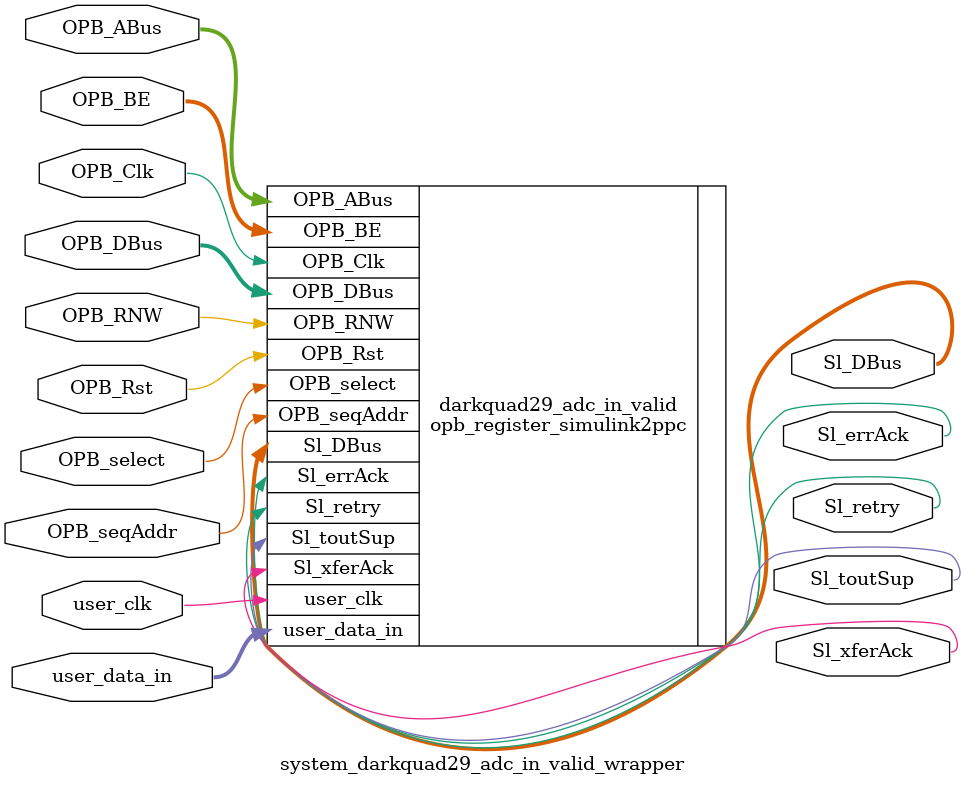
<source format=v>

module system_darkquad29_adc_in_valid_wrapper
  (
    OPB_Clk,
    OPB_Rst,
    Sl_DBus,
    Sl_errAck,
    Sl_retry,
    Sl_toutSup,
    Sl_xferAck,
    OPB_ABus,
    OPB_BE,
    OPB_DBus,
    OPB_RNW,
    OPB_select,
    OPB_seqAddr,
    user_data_in,
    user_clk
  );
  input OPB_Clk;
  input OPB_Rst;
  output [0:31] Sl_DBus;
  output Sl_errAck;
  output Sl_retry;
  output Sl_toutSup;
  output Sl_xferAck;
  input [0:31] OPB_ABus;
  input [0:3] OPB_BE;
  input [0:31] OPB_DBus;
  input OPB_RNW;
  input OPB_select;
  input OPB_seqAddr;
  input [31:0] user_data_in;
  input user_clk;

  opb_register_simulink2ppc
    #(
      .C_BASEADDR ( 32'h01100000 ),
      .C_HIGHADDR ( 32'h011000FF ),
      .C_OPB_AWIDTH ( 32 ),
      .C_OPB_DWIDTH ( 32 ),
      .C_FAMILY ( "virtex6" )
    )
    darkquad29_adc_in_valid (
      .OPB_Clk ( OPB_Clk ),
      .OPB_Rst ( OPB_Rst ),
      .Sl_DBus ( Sl_DBus ),
      .Sl_errAck ( Sl_errAck ),
      .Sl_retry ( Sl_retry ),
      .Sl_toutSup ( Sl_toutSup ),
      .Sl_xferAck ( Sl_xferAck ),
      .OPB_ABus ( OPB_ABus ),
      .OPB_BE ( OPB_BE ),
      .OPB_DBus ( OPB_DBus ),
      .OPB_RNW ( OPB_RNW ),
      .OPB_select ( OPB_select ),
      .OPB_seqAddr ( OPB_seqAddr ),
      .user_data_in ( user_data_in ),
      .user_clk ( user_clk )
    );

endmodule


</source>
